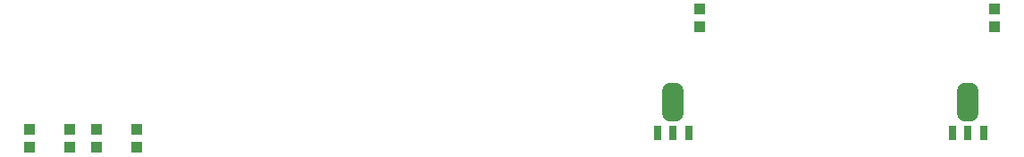
<source format=gbr>
G04 EAGLE Gerber RS-274X export*
G75*
%MOMM*%
%FSLAX34Y34*%
%LPD*%
%INSolderpaste Top*%
%IPPOS*%
%AMOC8*
5,1,8,0,0,1.08239X$1,22.5*%
G01*
%ADD10R,1.000000X1.100000*%
%ADD11R,0.800000X1.400000*%
%ADD12C,1.524000*%


D10*
X952500Y199000D03*
X952500Y182000D03*
X1231900Y199000D03*
X1231900Y182000D03*
X317500Y84700D03*
X317500Y67700D03*
D11*
X1191510Y81790D03*
X1221490Y81790D03*
D12*
X1209040Y100370D02*
X1203960Y100370D01*
X1203960Y121630D01*
X1209040Y121630D01*
X1209040Y100370D01*
X1209040Y114848D02*
X1203960Y114848D01*
D11*
X1206500Y81800D03*
X912110Y81790D03*
X942090Y81790D03*
D12*
X929640Y100370D02*
X924560Y100370D01*
X924560Y121630D01*
X929640Y121630D01*
X929640Y100370D01*
X929640Y114848D02*
X924560Y114848D01*
D11*
X927100Y81800D03*
D10*
X355600Y84700D03*
X355600Y67700D03*
X381000Y84700D03*
X381000Y67700D03*
X419100Y84700D03*
X419100Y67700D03*
M02*

</source>
